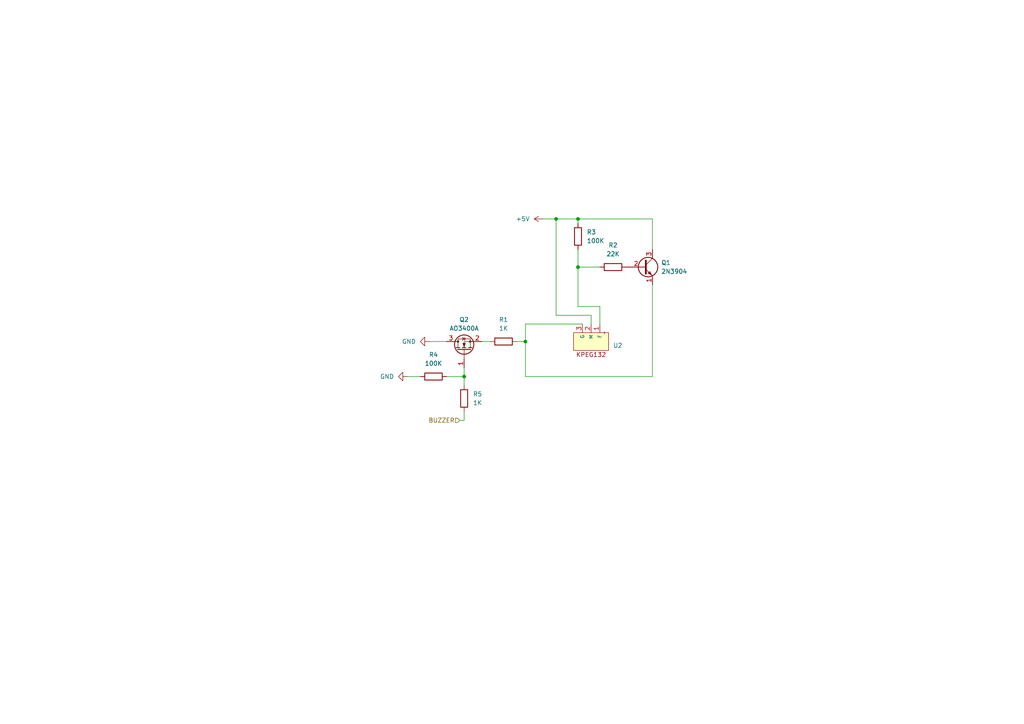
<source format=kicad_sch>
(kicad_sch (version 20230121) (generator eeschema)
  (paper "A4")
  (lib_symbols
    (symbol "CanSat:KPEG132"
      (property "Reference" "U" (at 0 1.27 0))
      (symbol "KPEG132_1_1"
        (rectangle (start 0 0) (end 5.08 -10.16) (fill (type background)))
        (text "KPEG132" (at 6.35 -5.08 900) (effects (font (size 1.27 1.27))))
        (pin input line (at -2.54 -2.54 0) (length 2.54) (name "F") (number "1"))
        (pin input line (at -2.54 -5.08 0) (length 2.54) (name "M") (number "2"))
        (pin input line (at -2.54 -7.62 0) (length 2.54) (name "G") (number "3"))
      )
    )
    (symbol "Device:R" (pin_numbers hide) (pin_names (offset 0))
      (property "Reference" "R" (at 2.032 0 90))
      (property "Value" "R" (at 0 0 90))
      (symbol "R_0_1"
        (rectangle (start -1.016 -2.54) (end 1.016 2.54) (stroke (width 0.254)))
      )
      (symbol "R_1_1"
        (pin passive line (at 0 3.81 270) (length 1.27) (name "~") (number "1"))
        (pin passive line (at 0 -3.81 90) (length 1.27) (name "~") (number "2"))
      )
    )
    (symbol "Transistor_BJT:2N3904" (pin_names (offset 0) hide)
      (property "Reference" "Q" (at 5.08 1.905 0))
      (property "Value" "2N3904" (at 5.08 0 0))
      (symbol "2N3904_0_1"
        (polyline (pts (xy 0.635 0.635) (xy 2.54 2.54)))
        (polyline (pts (xy 0.635 -0.635) (xy 2.54 -2.54) (xy 2.54 -2.54)))
        (polyline (pts (xy 0.635 1.905) (xy 0.635 -1.905) (xy 0.635 -1.905)) (stroke (width 0.508)))
        (polyline (pts (xy 1.27 -1.778) (xy 1.778 -1.27) (xy 2.286 -2.286) (xy 1.27 -1.778) (xy 1.27 -1.778)) (fill (type outline)))
        (circle (center 1.27 0) (radius 2.8194) (stroke (width 0.254)))
      )
      (symbol "2N3904_1_1"
        (pin passive line (at 2.54 -5.08 90) (length 2.54) (name "E") (number "1"))
        (pin passive line (at -5.08 0 0) (length 5.715) (name "B") (number "2"))
        (pin passive line (at 2.54 5.08 270) (length 2.54) (name "C") (number "3"))
      )
    )
    (symbol "Transistor_FET:AO3400A" (pin_names hide)
      (property "Reference" "Q" (at 5.08 1.905 0))
      (property "Value" "AO3400A" (at 5.08 0 0))
      (symbol "AO3400A_0_1"
        (polyline (pts (xy 0.254 0) (xy -2.54 0)))
        (polyline (pts (xy 0.254 1.905) (xy 0.254 -1.905)) (stroke (width 0.254)))
        (polyline (pts (xy 0.762 -1.27) (xy 0.762 -2.286)) (stroke (width 0.254)))
        (polyline (pts (xy 0.762 0.508) (xy 0.762 -0.508)) (stroke (width 0.254)))
        (polyline (pts (xy 0.762 2.286) (xy 0.762 1.27)) (stroke (width 0.254)))
        (polyline (pts (xy 2.54 2.54) (xy 2.54 1.778)))
        (polyline (pts (xy 2.54 -2.54) (xy 2.54 0) (xy 0.762 0)))
        (polyline (pts (xy 0.762 -1.778) (xy 3.302 -1.778) (xy 3.302 1.778) (xy 0.762 1.778)))
        (polyline (pts (xy 1.016 0) (xy 2.032 0.381) (xy 2.032 -0.381) (xy 1.016 0)) (fill (type outline)))
        (polyline (pts (xy 2.794 0.508) (xy 2.921 0.381) (xy 3.683 0.381) (xy 3.81 0.254)))
        (polyline (pts (xy 3.302 0.381) (xy 2.921 -0.254) (xy 3.683 -0.254) (xy 3.302 0.381)))
        (circle (center 1.651 0) (radius 2.794) (stroke (width 0.254)))
        (circle (center 2.54 -1.778) (radius 0.254) (fill (type outline)))
        (circle (center 2.54 1.778) (radius 0.254) (fill (type outline)))
      )
      (symbol "AO3400A_1_1"
        (pin input line (at -5.08 0 0) (length 2.54) (name "G") (number "1"))
        (pin passive line (at 2.54 -5.08 90) (length 2.54) (name "S") (number "2"))
        (pin passive line (at 2.54 5.08 270) (length 2.54) (name "D") (number "3"))
      )
    )
    (symbol "power:+5V" (power) (pin_names (offset 0))
      (property "Value" "+5V" (at 0 3.556 0))
      (symbol "+5V_0_1"
        (polyline (pts (xy -0.762 1.27) (xy 0 2.54)))
        (polyline (pts (xy 0 0) (xy 0 2.54)))
        (polyline (pts (xy 0 2.54) (xy 0.762 1.27)))
      )
      (symbol "+5V_1_1"
        (pin power_in line (at 0 0 90) (length 0) hide (name "+5V") (number "1"))
      )
    )
    (symbol "power:GND" (power) (pin_names (offset 0))
      (property "Value" "GND" (at 0 -3.81 0))
      (symbol "GND_0_1"
        (polyline (pts (xy 0 0) (xy 0 -1.27) (xy 1.27 -1.27) (xy 0 -2.54) (xy -1.27 -1.27) (xy 0 -1.27)))
      )
      (symbol "GND_1_1"
        (pin power_in line (at 0 0 270) (length 0) hide (name "GND") (number "1"))
      )
    )
  )
  (junction (at 161.29 63.5))
  (junction (at 167.64 77.47))
  (junction (at 152.4 99.06))
  (junction (at 167.64 63.5))
  (junction (at 134.62 109.22))
  (wire (pts (xy 152.4 93.98) (xy 168.91 93.98)))
  (wire (pts (xy 171.45 91.44) (xy 161.29 91.44)))
  (wire (pts (xy 118.11 109.22) (xy 121.92 109.22)))
  (wire (pts (xy 189.23 63.5) (xy 167.64 63.5)))
  (wire (pts (xy 134.62 119.38) (xy 134.62 121.92)))
  (wire (pts (xy 152.4 109.22) (xy 152.4 99.06)))
  (wire (pts (xy 167.64 88.9) (xy 167.64 77.47)))
  (wire (pts (xy 152.4 99.06) (xy 152.4 93.98)))
  (wire (pts (xy 134.62 121.92) (xy 133.35 121.92)))
  (wire (pts (xy 149.86 99.06) (xy 152.4 99.06)))
  (wire (pts (xy 134.62 109.22) (xy 134.62 111.76)))
  (wire (pts (xy 134.62 106.68) (xy 134.62 109.22)))
  (wire (pts (xy 129.54 109.22) (xy 134.62 109.22)))
  (wire (pts (xy 189.23 82.55) (xy 189.23 109.22)))
  (wire (pts (xy 139.7 99.06) (xy 142.24 99.06)))
  (wire (pts (xy 167.64 88.9) (xy 173.99 88.9)))
  (wire (pts (xy 171.45 93.98) (xy 171.45 91.44)))
  (wire (pts (xy 157.48 63.5) (xy 161.29 63.5)))
  (wire (pts (xy 124.46 99.06) (xy 129.54 99.06)))
  (wire (pts (xy 167.64 63.5) (xy 167.64 64.77)))
  (wire (pts (xy 167.64 77.47) (xy 167.64 72.39)))
  (wire (pts (xy 189.23 72.39) (xy 189.23 63.5)))
  (wire (pts (xy 173.99 93.98) (xy 173.99 88.9)))
  (wire (pts (xy 167.64 77.47) (xy 173.99 77.47)))
  (wire (pts (xy 161.29 63.5) (xy 161.29 91.44)))
  (wire (pts (xy 161.29 63.5) (xy 167.64 63.5)))
  (wire (pts (xy 189.23 109.22) (xy 152.4 109.22)))
  (hierarchical_label "BUZZER" (shape input) (at 133.35 121.92 180))
  (symbol (lib_id "power:GND") (at 118.11 109.22 270) (unit 1)
    (property "Reference" "#PWR020" (effects hide))
    (property "Value" "GND" (at 114.3 109.22 90) (effects (justify right)))
    (instances (project "cansat pcb" (path "" (reference "#PWR020") (unit 1)) (path "" (reference "#PWR03") (unit 1))))
  )
  (symbol (lib_id "power:GND") (at 124.46 99.06 270) (unit 1)
    (property "Reference" "#PWR017" (effects hide))
    (property "Value" "GND" (at 120.65 99.06 90) (effects (justify right)))
    (instances (project "cansat pcb" (path "" (reference "#PWR017") (unit 1)) (path "" (reference "#PWR04") (unit 1))))
  )
  (symbol (lib_id "Device:R") (at 167.64 68.58 0) (unit 1)
    (property "Reference" "R3" (at 170.18 67.31 0) (effects (justify left)))
    (property "Value" "100K" (at 170.18 69.85 0) (effects (justify left)))
    (property "Footprint" "Resistor_SMD:R_0805_2012Metric_Pad1.20x1.40mm_HandSolder" (effects hide))
    (instances (project "cansat pcb" (path "" (reference "R3") (unit 1)) (path "" (reference "R4") (unit 1))))
  )
  (symbol (lib_id "Device:R") (at 125.73 109.22 90) (unit 1)
    (property "Reference" "R4" (at 125.73 102.87 90))
    (property "Value" "100K" (at 125.73 105.41 90))
    (property "Footprint" "Resistor_SMD:R_0805_2012Metric_Pad1.20x1.40mm_HandSolder" (effects hide))
    (instances (project "cansat pcb" (path "" (reference "R4") (unit 1)) (path "" (reference "R1") (unit 1))))
  )
  (symbol (lib_id "CanSat:KPEG132") (at 176.53 96.52 270) (unit 1)
    (property "Reference" "U2" (at 177.8 100.2058 90) (effects (justify left)))
    (property "Value" "~" (at 175.26 96.52 0))
    (property "Footprint" "CanSat:KPEG132" (effects hide))
  )
  (symbol (lib_id "Transistor_BJT:2N3904") (at 186.69 77.47 0) (unit 1)
    (property "Reference" "Q1" (at 191.77 76.2 0) (effects (justify left)))
    (property "Value" "2N3904" (at 191.77 78.74 0) (effects (justify left)))
    (property "Footprint" "Package_TO_SOT_THT:TO-92_Inline" (effects hide))
    (property "Datasheet" "https://www.onsemi.com/pub/Collateral/2N3903-D.PDF" (effects hide))
    (instances (project "cansat pcb" (path "" (reference "Q1") (unit 1)) (path "" (reference "Q2") (unit 1))))
  )
  (symbol (lib_id "Device:R") (at 134.62 115.57 0) (unit 1)
    (property "Reference" "R5" (at 137.16 114.3 0) (effects (justify left)))
    (property "Value" "1K" (at 137.16 116.84 0) (effects (justify left)))
    (property "Footprint" "Resistor_SMD:R_0805_2012Metric_Pad1.20x1.40mm_HandSolder" (effects hide))
    (instances (project "cansat pcb" (path "" (reference "R5") (unit 1)) (path "" (reference "R2") (unit 1))))
  )
  (symbol (lib_id "Device:R") (at 146.05 99.06 90) (unit 1)
    (property "Reference" "R1" (at 146.05 92.71 90))
    (property "Value" "1K" (at 146.05 95.25 90))
    (property "Footprint" "Resistor_SMD:R_0805_2012Metric_Pad1.20x1.40mm_HandSolder" (effects hide))
    (instances (project "cansat pcb" (path "" (reference "R1") (unit 1)) (path "" (reference "R3") (unit 1))))
  )
  (symbol (lib_id "power:+5V") (at 157.48 63.5 90) (unit 1)
    (property "Reference" "#PWR018" (effects hide))
    (property "Value" "+5V" (at 153.67 63.5 90) (effects (justify left)))
    (instances (project "cansat pcb" (path "" (reference "#PWR018") (unit 1)) (path "" (reference "#PWR05") (unit 1))))
  )
  (symbol (lib_id "Device:R") (at 177.8 77.47 90) (unit 1)
    (property "Reference" "R2" (at 177.8 71.12 90))
    (property "Value" "22K" (at 177.8 73.66 90))
    (property "Footprint" "Resistor_SMD:R_0805_2012Metric_Pad1.20x1.40mm_HandSolder" (effects hide))
    (instances (project "cansat pcb" (path "" (reference "R2") (unit 1)) (path "" (reference "R5") (unit 1))))
  )
  (symbol (lib_id "Transistor_FET:AO3400A") (at 134.62 101.6 90) (unit 1)
    (property "Reference" "Q2" (at 134.62 92.71 90))
    (property "Value" "AO3400A" (at 134.62 95.25 90))
    (property "Footprint" "Package_TO_SOT_SMD:SOT-23" (effects hide))
    (property "Datasheet" "http://www.aosmd.com/pdfs/datasheet/AO3400A.pdf" (effects hide))
    (instances (project "cansat pcb" (path "" (reference "Q2") (unit 1)) (path "" (reference "Q1") (unit 1))))
  )
)
</source>
